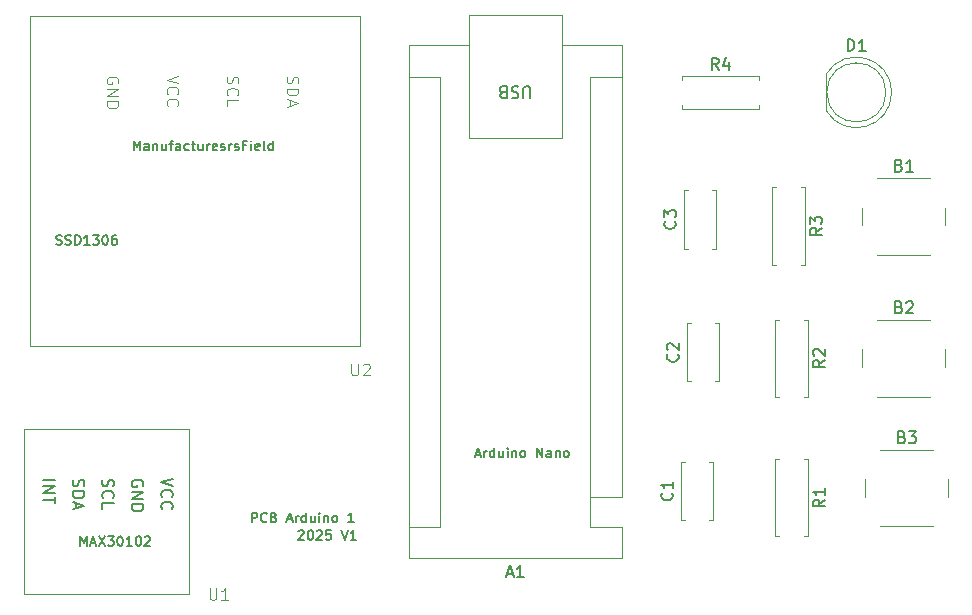
<source format=gto>
G04 #@! TF.GenerationSoftware,KiCad,Pcbnew,9.0.3*
G04 #@! TF.CreationDate,2025-09-07T18:19:37+02:00*
G04 #@! TF.ProjectId,Design1,44657369-676e-4312-9e6b-696361645f70,rev?*
G04 #@! TF.SameCoordinates,Original*
G04 #@! TF.FileFunction,Legend,Top*
G04 #@! TF.FilePolarity,Positive*
%FSLAX46Y46*%
G04 Gerber Fmt 4.6, Leading zero omitted, Abs format (unit mm)*
G04 Created by KiCad (PCBNEW 9.0.3) date 2025-09-07 18:19:37*
%MOMM*%
%LPD*%
G01*
G04 APERTURE LIST*
%ADD10C,0.152400*%
%ADD11C,0.150000*%
%ADD12C,0.100000*%
%ADD13C,0.120000*%
G04 APERTURE END LIST*
D10*
X77793786Y-78392603D02*
X77793786Y-77579803D01*
X77793786Y-77579803D02*
X78064720Y-78160375D01*
X78064720Y-78160375D02*
X78335653Y-77579803D01*
X78335653Y-77579803D02*
X78335653Y-78392603D01*
X79071043Y-78392603D02*
X79071043Y-77966851D01*
X79071043Y-77966851D02*
X79032338Y-77889441D01*
X79032338Y-77889441D02*
X78954929Y-77850737D01*
X78954929Y-77850737D02*
X78800110Y-77850737D01*
X78800110Y-77850737D02*
X78722700Y-77889441D01*
X79071043Y-78353899D02*
X78993634Y-78392603D01*
X78993634Y-78392603D02*
X78800110Y-78392603D01*
X78800110Y-78392603D02*
X78722700Y-78353899D01*
X78722700Y-78353899D02*
X78683996Y-78276489D01*
X78683996Y-78276489D02*
X78683996Y-78199079D01*
X78683996Y-78199079D02*
X78722700Y-78121670D01*
X78722700Y-78121670D02*
X78800110Y-78082965D01*
X78800110Y-78082965D02*
X78993634Y-78082965D01*
X78993634Y-78082965D02*
X79071043Y-78044260D01*
X79458090Y-77850737D02*
X79458090Y-78392603D01*
X79458090Y-77928146D02*
X79496795Y-77889441D01*
X79496795Y-77889441D02*
X79574205Y-77850737D01*
X79574205Y-77850737D02*
X79690319Y-77850737D01*
X79690319Y-77850737D02*
X79767728Y-77889441D01*
X79767728Y-77889441D02*
X79806433Y-77966851D01*
X79806433Y-77966851D02*
X79806433Y-78392603D01*
X80541823Y-77850737D02*
X80541823Y-78392603D01*
X80193480Y-77850737D02*
X80193480Y-78276489D01*
X80193480Y-78276489D02*
X80232185Y-78353899D01*
X80232185Y-78353899D02*
X80309595Y-78392603D01*
X80309595Y-78392603D02*
X80425709Y-78392603D01*
X80425709Y-78392603D02*
X80503118Y-78353899D01*
X80503118Y-78353899D02*
X80541823Y-78315194D01*
X80812756Y-77850737D02*
X81122394Y-77850737D01*
X80928870Y-78392603D02*
X80928870Y-77695918D01*
X80928870Y-77695918D02*
X80967575Y-77618508D01*
X80967575Y-77618508D02*
X81044985Y-77579803D01*
X81044985Y-77579803D02*
X81122394Y-77579803D01*
X81741670Y-78392603D02*
X81741670Y-77966851D01*
X81741670Y-77966851D02*
X81702965Y-77889441D01*
X81702965Y-77889441D02*
X81625556Y-77850737D01*
X81625556Y-77850737D02*
X81470737Y-77850737D01*
X81470737Y-77850737D02*
X81393327Y-77889441D01*
X81741670Y-78353899D02*
X81664261Y-78392603D01*
X81664261Y-78392603D02*
X81470737Y-78392603D01*
X81470737Y-78392603D02*
X81393327Y-78353899D01*
X81393327Y-78353899D02*
X81354623Y-78276489D01*
X81354623Y-78276489D02*
X81354623Y-78199079D01*
X81354623Y-78199079D02*
X81393327Y-78121670D01*
X81393327Y-78121670D02*
X81470737Y-78082965D01*
X81470737Y-78082965D02*
X81664261Y-78082965D01*
X81664261Y-78082965D02*
X81741670Y-78044260D01*
X82477060Y-78353899D02*
X82399651Y-78392603D01*
X82399651Y-78392603D02*
X82244832Y-78392603D01*
X82244832Y-78392603D02*
X82167422Y-78353899D01*
X82167422Y-78353899D02*
X82128717Y-78315194D01*
X82128717Y-78315194D02*
X82090013Y-78237784D01*
X82090013Y-78237784D02*
X82090013Y-78005556D01*
X82090013Y-78005556D02*
X82128717Y-77928146D01*
X82128717Y-77928146D02*
X82167422Y-77889441D01*
X82167422Y-77889441D02*
X82244832Y-77850737D01*
X82244832Y-77850737D02*
X82399651Y-77850737D01*
X82399651Y-77850737D02*
X82477060Y-77889441D01*
X82709289Y-77850737D02*
X83018927Y-77850737D01*
X82825403Y-77579803D02*
X82825403Y-78276489D01*
X82825403Y-78276489D02*
X82864108Y-78353899D01*
X82864108Y-78353899D02*
X82941518Y-78392603D01*
X82941518Y-78392603D02*
X83018927Y-78392603D01*
X83638203Y-77850737D02*
X83638203Y-78392603D01*
X83289860Y-77850737D02*
X83289860Y-78276489D01*
X83289860Y-78276489D02*
X83328565Y-78353899D01*
X83328565Y-78353899D02*
X83405975Y-78392603D01*
X83405975Y-78392603D02*
X83522089Y-78392603D01*
X83522089Y-78392603D02*
X83599498Y-78353899D01*
X83599498Y-78353899D02*
X83638203Y-78315194D01*
X84025250Y-78392603D02*
X84025250Y-77850737D01*
X84025250Y-78005556D02*
X84063955Y-77928146D01*
X84063955Y-77928146D02*
X84102660Y-77889441D01*
X84102660Y-77889441D02*
X84180069Y-77850737D01*
X84180069Y-77850737D02*
X84257479Y-77850737D01*
X84838050Y-78353899D02*
X84760641Y-78392603D01*
X84760641Y-78392603D02*
X84605822Y-78392603D01*
X84605822Y-78392603D02*
X84528412Y-78353899D01*
X84528412Y-78353899D02*
X84489708Y-78276489D01*
X84489708Y-78276489D02*
X84489708Y-77966851D01*
X84489708Y-77966851D02*
X84528412Y-77889441D01*
X84528412Y-77889441D02*
X84605822Y-77850737D01*
X84605822Y-77850737D02*
X84760641Y-77850737D01*
X84760641Y-77850737D02*
X84838050Y-77889441D01*
X84838050Y-77889441D02*
X84876755Y-77966851D01*
X84876755Y-77966851D02*
X84876755Y-78044260D01*
X84876755Y-78044260D02*
X84489708Y-78121670D01*
X85186394Y-78353899D02*
X85263803Y-78392603D01*
X85263803Y-78392603D02*
X85418622Y-78392603D01*
X85418622Y-78392603D02*
X85496032Y-78353899D01*
X85496032Y-78353899D02*
X85534736Y-78276489D01*
X85534736Y-78276489D02*
X85534736Y-78237784D01*
X85534736Y-78237784D02*
X85496032Y-78160375D01*
X85496032Y-78160375D02*
X85418622Y-78121670D01*
X85418622Y-78121670D02*
X85302508Y-78121670D01*
X85302508Y-78121670D02*
X85225098Y-78082965D01*
X85225098Y-78082965D02*
X85186394Y-78005556D01*
X85186394Y-78005556D02*
X85186394Y-77966851D01*
X85186394Y-77966851D02*
X85225098Y-77889441D01*
X85225098Y-77889441D02*
X85302508Y-77850737D01*
X85302508Y-77850737D02*
X85418622Y-77850737D01*
X85418622Y-77850737D02*
X85496032Y-77889441D01*
X85883079Y-78392603D02*
X85883079Y-77850737D01*
X85883079Y-78005556D02*
X85921784Y-77928146D01*
X85921784Y-77928146D02*
X85960489Y-77889441D01*
X85960489Y-77889441D02*
X86037898Y-77850737D01*
X86037898Y-77850737D02*
X86115308Y-77850737D01*
X86347537Y-78353899D02*
X86424946Y-78392603D01*
X86424946Y-78392603D02*
X86579765Y-78392603D01*
X86579765Y-78392603D02*
X86657175Y-78353899D01*
X86657175Y-78353899D02*
X86695879Y-78276489D01*
X86695879Y-78276489D02*
X86695879Y-78237784D01*
X86695879Y-78237784D02*
X86657175Y-78160375D01*
X86657175Y-78160375D02*
X86579765Y-78121670D01*
X86579765Y-78121670D02*
X86463651Y-78121670D01*
X86463651Y-78121670D02*
X86386241Y-78082965D01*
X86386241Y-78082965D02*
X86347537Y-78005556D01*
X86347537Y-78005556D02*
X86347537Y-77966851D01*
X86347537Y-77966851D02*
X86386241Y-77889441D01*
X86386241Y-77889441D02*
X86463651Y-77850737D01*
X86463651Y-77850737D02*
X86579765Y-77850737D01*
X86579765Y-77850737D02*
X86657175Y-77889441D01*
X87315156Y-77966851D02*
X87044222Y-77966851D01*
X87044222Y-78392603D02*
X87044222Y-77579803D01*
X87044222Y-77579803D02*
X87431270Y-77579803D01*
X87740908Y-78392603D02*
X87740908Y-77850737D01*
X87740908Y-77579803D02*
X87702204Y-77618508D01*
X87702204Y-77618508D02*
X87740908Y-77657213D01*
X87740908Y-77657213D02*
X87779613Y-77618508D01*
X87779613Y-77618508D02*
X87740908Y-77579803D01*
X87740908Y-77579803D02*
X87740908Y-77657213D01*
X88437594Y-78353899D02*
X88360185Y-78392603D01*
X88360185Y-78392603D02*
X88205366Y-78392603D01*
X88205366Y-78392603D02*
X88127956Y-78353899D01*
X88127956Y-78353899D02*
X88089252Y-78276489D01*
X88089252Y-78276489D02*
X88089252Y-77966851D01*
X88089252Y-77966851D02*
X88127956Y-77889441D01*
X88127956Y-77889441D02*
X88205366Y-77850737D01*
X88205366Y-77850737D02*
X88360185Y-77850737D01*
X88360185Y-77850737D02*
X88437594Y-77889441D01*
X88437594Y-77889441D02*
X88476299Y-77966851D01*
X88476299Y-77966851D02*
X88476299Y-78044260D01*
X88476299Y-78044260D02*
X88089252Y-78121670D01*
X88940757Y-78392603D02*
X88863347Y-78353899D01*
X88863347Y-78353899D02*
X88824642Y-78276489D01*
X88824642Y-78276489D02*
X88824642Y-77579803D01*
X89598737Y-78392603D02*
X89598737Y-77579803D01*
X89598737Y-78353899D02*
X89521328Y-78392603D01*
X89521328Y-78392603D02*
X89366509Y-78392603D01*
X89366509Y-78392603D02*
X89289099Y-78353899D01*
X89289099Y-78353899D02*
X89250394Y-78315194D01*
X89250394Y-78315194D02*
X89211690Y-78237784D01*
X89211690Y-78237784D02*
X89211690Y-78005556D01*
X89211690Y-78005556D02*
X89250394Y-77928146D01*
X89250394Y-77928146D02*
X89289099Y-77889441D01*
X89289099Y-77889441D02*
X89366509Y-77850737D01*
X89366509Y-77850737D02*
X89521328Y-77850737D01*
X89521328Y-77850737D02*
X89598737Y-77889441D01*
X91755082Y-110657213D02*
X91793786Y-110618508D01*
X91793786Y-110618508D02*
X91871196Y-110579803D01*
X91871196Y-110579803D02*
X92064720Y-110579803D01*
X92064720Y-110579803D02*
X92142129Y-110618508D01*
X92142129Y-110618508D02*
X92180834Y-110657213D01*
X92180834Y-110657213D02*
X92219539Y-110734622D01*
X92219539Y-110734622D02*
X92219539Y-110812032D01*
X92219539Y-110812032D02*
X92180834Y-110928146D01*
X92180834Y-110928146D02*
X91716377Y-111392603D01*
X91716377Y-111392603D02*
X92219539Y-111392603D01*
X92722700Y-110579803D02*
X92800110Y-110579803D01*
X92800110Y-110579803D02*
X92877519Y-110618508D01*
X92877519Y-110618508D02*
X92916224Y-110657213D01*
X92916224Y-110657213D02*
X92954929Y-110734622D01*
X92954929Y-110734622D02*
X92993634Y-110889441D01*
X92993634Y-110889441D02*
X92993634Y-111082965D01*
X92993634Y-111082965D02*
X92954929Y-111237784D01*
X92954929Y-111237784D02*
X92916224Y-111315194D01*
X92916224Y-111315194D02*
X92877519Y-111353899D01*
X92877519Y-111353899D02*
X92800110Y-111392603D01*
X92800110Y-111392603D02*
X92722700Y-111392603D01*
X92722700Y-111392603D02*
X92645291Y-111353899D01*
X92645291Y-111353899D02*
X92606586Y-111315194D01*
X92606586Y-111315194D02*
X92567881Y-111237784D01*
X92567881Y-111237784D02*
X92529177Y-111082965D01*
X92529177Y-111082965D02*
X92529177Y-110889441D01*
X92529177Y-110889441D02*
X92567881Y-110734622D01*
X92567881Y-110734622D02*
X92606586Y-110657213D01*
X92606586Y-110657213D02*
X92645291Y-110618508D01*
X92645291Y-110618508D02*
X92722700Y-110579803D01*
X93303272Y-110657213D02*
X93341976Y-110618508D01*
X93341976Y-110618508D02*
X93419386Y-110579803D01*
X93419386Y-110579803D02*
X93612910Y-110579803D01*
X93612910Y-110579803D02*
X93690319Y-110618508D01*
X93690319Y-110618508D02*
X93729024Y-110657213D01*
X93729024Y-110657213D02*
X93767729Y-110734622D01*
X93767729Y-110734622D02*
X93767729Y-110812032D01*
X93767729Y-110812032D02*
X93729024Y-110928146D01*
X93729024Y-110928146D02*
X93264567Y-111392603D01*
X93264567Y-111392603D02*
X93767729Y-111392603D01*
X94503119Y-110579803D02*
X94116071Y-110579803D01*
X94116071Y-110579803D02*
X94077367Y-110966851D01*
X94077367Y-110966851D02*
X94116071Y-110928146D01*
X94116071Y-110928146D02*
X94193481Y-110889441D01*
X94193481Y-110889441D02*
X94387005Y-110889441D01*
X94387005Y-110889441D02*
X94464414Y-110928146D01*
X94464414Y-110928146D02*
X94503119Y-110966851D01*
X94503119Y-110966851D02*
X94541824Y-111044260D01*
X94541824Y-111044260D02*
X94541824Y-111237784D01*
X94541824Y-111237784D02*
X94503119Y-111315194D01*
X94503119Y-111315194D02*
X94464414Y-111353899D01*
X94464414Y-111353899D02*
X94387005Y-111392603D01*
X94387005Y-111392603D02*
X94193481Y-111392603D01*
X94193481Y-111392603D02*
X94116071Y-111353899D01*
X94116071Y-111353899D02*
X94077367Y-111315194D01*
X95393328Y-110579803D02*
X95664261Y-111392603D01*
X95664261Y-111392603D02*
X95935195Y-110579803D01*
X96631881Y-111392603D02*
X96167424Y-111392603D01*
X96399652Y-111392603D02*
X96399652Y-110579803D01*
X96399652Y-110579803D02*
X96322243Y-110695918D01*
X96322243Y-110695918D02*
X96244833Y-110773327D01*
X96244833Y-110773327D02*
X96167424Y-110812032D01*
X87793786Y-109892603D02*
X87793786Y-109079803D01*
X87793786Y-109079803D02*
X88103424Y-109079803D01*
X88103424Y-109079803D02*
X88180834Y-109118508D01*
X88180834Y-109118508D02*
X88219539Y-109157213D01*
X88219539Y-109157213D02*
X88258243Y-109234622D01*
X88258243Y-109234622D02*
X88258243Y-109350737D01*
X88258243Y-109350737D02*
X88219539Y-109428146D01*
X88219539Y-109428146D02*
X88180834Y-109466851D01*
X88180834Y-109466851D02*
X88103424Y-109505556D01*
X88103424Y-109505556D02*
X87793786Y-109505556D01*
X89071043Y-109815194D02*
X89032339Y-109853899D01*
X89032339Y-109853899D02*
X88916224Y-109892603D01*
X88916224Y-109892603D02*
X88838815Y-109892603D01*
X88838815Y-109892603D02*
X88722701Y-109853899D01*
X88722701Y-109853899D02*
X88645291Y-109776489D01*
X88645291Y-109776489D02*
X88606586Y-109699079D01*
X88606586Y-109699079D02*
X88567882Y-109544260D01*
X88567882Y-109544260D02*
X88567882Y-109428146D01*
X88567882Y-109428146D02*
X88606586Y-109273327D01*
X88606586Y-109273327D02*
X88645291Y-109195918D01*
X88645291Y-109195918D02*
X88722701Y-109118508D01*
X88722701Y-109118508D02*
X88838815Y-109079803D01*
X88838815Y-109079803D02*
X88916224Y-109079803D01*
X88916224Y-109079803D02*
X89032339Y-109118508D01*
X89032339Y-109118508D02*
X89071043Y-109157213D01*
X89690320Y-109466851D02*
X89806434Y-109505556D01*
X89806434Y-109505556D02*
X89845139Y-109544260D01*
X89845139Y-109544260D02*
X89883843Y-109621670D01*
X89883843Y-109621670D02*
X89883843Y-109737784D01*
X89883843Y-109737784D02*
X89845139Y-109815194D01*
X89845139Y-109815194D02*
X89806434Y-109853899D01*
X89806434Y-109853899D02*
X89729024Y-109892603D01*
X89729024Y-109892603D02*
X89419386Y-109892603D01*
X89419386Y-109892603D02*
X89419386Y-109079803D01*
X89419386Y-109079803D02*
X89690320Y-109079803D01*
X89690320Y-109079803D02*
X89767729Y-109118508D01*
X89767729Y-109118508D02*
X89806434Y-109157213D01*
X89806434Y-109157213D02*
X89845139Y-109234622D01*
X89845139Y-109234622D02*
X89845139Y-109312032D01*
X89845139Y-109312032D02*
X89806434Y-109389441D01*
X89806434Y-109389441D02*
X89767729Y-109428146D01*
X89767729Y-109428146D02*
X89690320Y-109466851D01*
X89690320Y-109466851D02*
X89419386Y-109466851D01*
X90812758Y-109660375D02*
X91199805Y-109660375D01*
X90735348Y-109892603D02*
X91006281Y-109079803D01*
X91006281Y-109079803D02*
X91277215Y-109892603D01*
X91548148Y-109892603D02*
X91548148Y-109350737D01*
X91548148Y-109505556D02*
X91586853Y-109428146D01*
X91586853Y-109428146D02*
X91625558Y-109389441D01*
X91625558Y-109389441D02*
X91702967Y-109350737D01*
X91702967Y-109350737D02*
X91780377Y-109350737D01*
X92399653Y-109892603D02*
X92399653Y-109079803D01*
X92399653Y-109853899D02*
X92322244Y-109892603D01*
X92322244Y-109892603D02*
X92167425Y-109892603D01*
X92167425Y-109892603D02*
X92090015Y-109853899D01*
X92090015Y-109853899D02*
X92051310Y-109815194D01*
X92051310Y-109815194D02*
X92012606Y-109737784D01*
X92012606Y-109737784D02*
X92012606Y-109505556D01*
X92012606Y-109505556D02*
X92051310Y-109428146D01*
X92051310Y-109428146D02*
X92090015Y-109389441D01*
X92090015Y-109389441D02*
X92167425Y-109350737D01*
X92167425Y-109350737D02*
X92322244Y-109350737D01*
X92322244Y-109350737D02*
X92399653Y-109389441D01*
X93135043Y-109350737D02*
X93135043Y-109892603D01*
X92786700Y-109350737D02*
X92786700Y-109776489D01*
X92786700Y-109776489D02*
X92825405Y-109853899D01*
X92825405Y-109853899D02*
X92902815Y-109892603D01*
X92902815Y-109892603D02*
X93018929Y-109892603D01*
X93018929Y-109892603D02*
X93096338Y-109853899D01*
X93096338Y-109853899D02*
X93135043Y-109815194D01*
X93522090Y-109892603D02*
X93522090Y-109350737D01*
X93522090Y-109079803D02*
X93483386Y-109118508D01*
X93483386Y-109118508D02*
X93522090Y-109157213D01*
X93522090Y-109157213D02*
X93560795Y-109118508D01*
X93560795Y-109118508D02*
X93522090Y-109079803D01*
X93522090Y-109079803D02*
X93522090Y-109157213D01*
X93909138Y-109350737D02*
X93909138Y-109892603D01*
X93909138Y-109428146D02*
X93947843Y-109389441D01*
X93947843Y-109389441D02*
X94025253Y-109350737D01*
X94025253Y-109350737D02*
X94141367Y-109350737D01*
X94141367Y-109350737D02*
X94218776Y-109389441D01*
X94218776Y-109389441D02*
X94257481Y-109466851D01*
X94257481Y-109466851D02*
X94257481Y-109892603D01*
X94760643Y-109892603D02*
X94683233Y-109853899D01*
X94683233Y-109853899D02*
X94644528Y-109815194D01*
X94644528Y-109815194D02*
X94605824Y-109737784D01*
X94605824Y-109737784D02*
X94605824Y-109505556D01*
X94605824Y-109505556D02*
X94644528Y-109428146D01*
X94644528Y-109428146D02*
X94683233Y-109389441D01*
X94683233Y-109389441D02*
X94760643Y-109350737D01*
X94760643Y-109350737D02*
X94876757Y-109350737D01*
X94876757Y-109350737D02*
X94954166Y-109389441D01*
X94954166Y-109389441D02*
X94992871Y-109428146D01*
X94992871Y-109428146D02*
X95031576Y-109505556D01*
X95031576Y-109505556D02*
X95031576Y-109737784D01*
X95031576Y-109737784D02*
X94992871Y-109815194D01*
X94992871Y-109815194D02*
X94954166Y-109853899D01*
X94954166Y-109853899D02*
X94876757Y-109892603D01*
X94876757Y-109892603D02*
X94760643Y-109892603D01*
X96424947Y-109892603D02*
X95960490Y-109892603D01*
X96192718Y-109892603D02*
X96192718Y-109079803D01*
X96192718Y-109079803D02*
X96115309Y-109195918D01*
X96115309Y-109195918D02*
X96037899Y-109273327D01*
X96037899Y-109273327D02*
X95960490Y-109312032D01*
X73293786Y-111892603D02*
X73293786Y-111079803D01*
X73293786Y-111079803D02*
X73564720Y-111660375D01*
X73564720Y-111660375D02*
X73835653Y-111079803D01*
X73835653Y-111079803D02*
X73835653Y-111892603D01*
X74183996Y-111660375D02*
X74571043Y-111660375D01*
X74106586Y-111892603D02*
X74377519Y-111079803D01*
X74377519Y-111079803D02*
X74648453Y-111892603D01*
X74841977Y-111079803D02*
X75383843Y-111892603D01*
X75383843Y-111079803D02*
X74841977Y-111892603D01*
X75616072Y-111079803D02*
X76119234Y-111079803D01*
X76119234Y-111079803D02*
X75848300Y-111389441D01*
X75848300Y-111389441D02*
X75964415Y-111389441D01*
X75964415Y-111389441D02*
X76041824Y-111428146D01*
X76041824Y-111428146D02*
X76080529Y-111466851D01*
X76080529Y-111466851D02*
X76119234Y-111544260D01*
X76119234Y-111544260D02*
X76119234Y-111737784D01*
X76119234Y-111737784D02*
X76080529Y-111815194D01*
X76080529Y-111815194D02*
X76041824Y-111853899D01*
X76041824Y-111853899D02*
X75964415Y-111892603D01*
X75964415Y-111892603D02*
X75732186Y-111892603D01*
X75732186Y-111892603D02*
X75654777Y-111853899D01*
X75654777Y-111853899D02*
X75616072Y-111815194D01*
X76622395Y-111079803D02*
X76699805Y-111079803D01*
X76699805Y-111079803D02*
X76777214Y-111118508D01*
X76777214Y-111118508D02*
X76815919Y-111157213D01*
X76815919Y-111157213D02*
X76854624Y-111234622D01*
X76854624Y-111234622D02*
X76893329Y-111389441D01*
X76893329Y-111389441D02*
X76893329Y-111582965D01*
X76893329Y-111582965D02*
X76854624Y-111737784D01*
X76854624Y-111737784D02*
X76815919Y-111815194D01*
X76815919Y-111815194D02*
X76777214Y-111853899D01*
X76777214Y-111853899D02*
X76699805Y-111892603D01*
X76699805Y-111892603D02*
X76622395Y-111892603D01*
X76622395Y-111892603D02*
X76544986Y-111853899D01*
X76544986Y-111853899D02*
X76506281Y-111815194D01*
X76506281Y-111815194D02*
X76467576Y-111737784D01*
X76467576Y-111737784D02*
X76428872Y-111582965D01*
X76428872Y-111582965D02*
X76428872Y-111389441D01*
X76428872Y-111389441D02*
X76467576Y-111234622D01*
X76467576Y-111234622D02*
X76506281Y-111157213D01*
X76506281Y-111157213D02*
X76544986Y-111118508D01*
X76544986Y-111118508D02*
X76622395Y-111079803D01*
X77667424Y-111892603D02*
X77202967Y-111892603D01*
X77435195Y-111892603D02*
X77435195Y-111079803D01*
X77435195Y-111079803D02*
X77357786Y-111195918D01*
X77357786Y-111195918D02*
X77280376Y-111273327D01*
X77280376Y-111273327D02*
X77202967Y-111312032D01*
X78170585Y-111079803D02*
X78247995Y-111079803D01*
X78247995Y-111079803D02*
X78325404Y-111118508D01*
X78325404Y-111118508D02*
X78364109Y-111157213D01*
X78364109Y-111157213D02*
X78402814Y-111234622D01*
X78402814Y-111234622D02*
X78441519Y-111389441D01*
X78441519Y-111389441D02*
X78441519Y-111582965D01*
X78441519Y-111582965D02*
X78402814Y-111737784D01*
X78402814Y-111737784D02*
X78364109Y-111815194D01*
X78364109Y-111815194D02*
X78325404Y-111853899D01*
X78325404Y-111853899D02*
X78247995Y-111892603D01*
X78247995Y-111892603D02*
X78170585Y-111892603D01*
X78170585Y-111892603D02*
X78093176Y-111853899D01*
X78093176Y-111853899D02*
X78054471Y-111815194D01*
X78054471Y-111815194D02*
X78015766Y-111737784D01*
X78015766Y-111737784D02*
X77977062Y-111582965D01*
X77977062Y-111582965D02*
X77977062Y-111389441D01*
X77977062Y-111389441D02*
X78015766Y-111234622D01*
X78015766Y-111234622D02*
X78054471Y-111157213D01*
X78054471Y-111157213D02*
X78093176Y-111118508D01*
X78093176Y-111118508D02*
X78170585Y-111079803D01*
X78751157Y-111157213D02*
X78789861Y-111118508D01*
X78789861Y-111118508D02*
X78867271Y-111079803D01*
X78867271Y-111079803D02*
X79060795Y-111079803D01*
X79060795Y-111079803D02*
X79138204Y-111118508D01*
X79138204Y-111118508D02*
X79176909Y-111157213D01*
X79176909Y-111157213D02*
X79215614Y-111234622D01*
X79215614Y-111234622D02*
X79215614Y-111312032D01*
X79215614Y-111312032D02*
X79176909Y-111428146D01*
X79176909Y-111428146D02*
X78712452Y-111892603D01*
X78712452Y-111892603D02*
X79215614Y-111892603D01*
X71255082Y-86353899D02*
X71371196Y-86392603D01*
X71371196Y-86392603D02*
X71564720Y-86392603D01*
X71564720Y-86392603D02*
X71642129Y-86353899D01*
X71642129Y-86353899D02*
X71680834Y-86315194D01*
X71680834Y-86315194D02*
X71719539Y-86237784D01*
X71719539Y-86237784D02*
X71719539Y-86160375D01*
X71719539Y-86160375D02*
X71680834Y-86082965D01*
X71680834Y-86082965D02*
X71642129Y-86044260D01*
X71642129Y-86044260D02*
X71564720Y-86005556D01*
X71564720Y-86005556D02*
X71409901Y-85966851D01*
X71409901Y-85966851D02*
X71332491Y-85928146D01*
X71332491Y-85928146D02*
X71293786Y-85889441D01*
X71293786Y-85889441D02*
X71255082Y-85812032D01*
X71255082Y-85812032D02*
X71255082Y-85734622D01*
X71255082Y-85734622D02*
X71293786Y-85657213D01*
X71293786Y-85657213D02*
X71332491Y-85618508D01*
X71332491Y-85618508D02*
X71409901Y-85579803D01*
X71409901Y-85579803D02*
X71603424Y-85579803D01*
X71603424Y-85579803D02*
X71719539Y-85618508D01*
X72029177Y-86353899D02*
X72145291Y-86392603D01*
X72145291Y-86392603D02*
X72338815Y-86392603D01*
X72338815Y-86392603D02*
X72416224Y-86353899D01*
X72416224Y-86353899D02*
X72454929Y-86315194D01*
X72454929Y-86315194D02*
X72493634Y-86237784D01*
X72493634Y-86237784D02*
X72493634Y-86160375D01*
X72493634Y-86160375D02*
X72454929Y-86082965D01*
X72454929Y-86082965D02*
X72416224Y-86044260D01*
X72416224Y-86044260D02*
X72338815Y-86005556D01*
X72338815Y-86005556D02*
X72183996Y-85966851D01*
X72183996Y-85966851D02*
X72106586Y-85928146D01*
X72106586Y-85928146D02*
X72067881Y-85889441D01*
X72067881Y-85889441D02*
X72029177Y-85812032D01*
X72029177Y-85812032D02*
X72029177Y-85734622D01*
X72029177Y-85734622D02*
X72067881Y-85657213D01*
X72067881Y-85657213D02*
X72106586Y-85618508D01*
X72106586Y-85618508D02*
X72183996Y-85579803D01*
X72183996Y-85579803D02*
X72377519Y-85579803D01*
X72377519Y-85579803D02*
X72493634Y-85618508D01*
X72841976Y-86392603D02*
X72841976Y-85579803D01*
X72841976Y-85579803D02*
X73035500Y-85579803D01*
X73035500Y-85579803D02*
X73151614Y-85618508D01*
X73151614Y-85618508D02*
X73229024Y-85695918D01*
X73229024Y-85695918D02*
X73267729Y-85773327D01*
X73267729Y-85773327D02*
X73306433Y-85928146D01*
X73306433Y-85928146D02*
X73306433Y-86044260D01*
X73306433Y-86044260D02*
X73267729Y-86199079D01*
X73267729Y-86199079D02*
X73229024Y-86276489D01*
X73229024Y-86276489D02*
X73151614Y-86353899D01*
X73151614Y-86353899D02*
X73035500Y-86392603D01*
X73035500Y-86392603D02*
X72841976Y-86392603D01*
X74080529Y-86392603D02*
X73616072Y-86392603D01*
X73848300Y-86392603D02*
X73848300Y-85579803D01*
X73848300Y-85579803D02*
X73770891Y-85695918D01*
X73770891Y-85695918D02*
X73693481Y-85773327D01*
X73693481Y-85773327D02*
X73616072Y-85812032D01*
X74351462Y-85579803D02*
X74854624Y-85579803D01*
X74854624Y-85579803D02*
X74583690Y-85889441D01*
X74583690Y-85889441D02*
X74699805Y-85889441D01*
X74699805Y-85889441D02*
X74777214Y-85928146D01*
X74777214Y-85928146D02*
X74815919Y-85966851D01*
X74815919Y-85966851D02*
X74854624Y-86044260D01*
X74854624Y-86044260D02*
X74854624Y-86237784D01*
X74854624Y-86237784D02*
X74815919Y-86315194D01*
X74815919Y-86315194D02*
X74777214Y-86353899D01*
X74777214Y-86353899D02*
X74699805Y-86392603D01*
X74699805Y-86392603D02*
X74467576Y-86392603D01*
X74467576Y-86392603D02*
X74390167Y-86353899D01*
X74390167Y-86353899D02*
X74351462Y-86315194D01*
X75357785Y-85579803D02*
X75435195Y-85579803D01*
X75435195Y-85579803D02*
X75512604Y-85618508D01*
X75512604Y-85618508D02*
X75551309Y-85657213D01*
X75551309Y-85657213D02*
X75590014Y-85734622D01*
X75590014Y-85734622D02*
X75628719Y-85889441D01*
X75628719Y-85889441D02*
X75628719Y-86082965D01*
X75628719Y-86082965D02*
X75590014Y-86237784D01*
X75590014Y-86237784D02*
X75551309Y-86315194D01*
X75551309Y-86315194D02*
X75512604Y-86353899D01*
X75512604Y-86353899D02*
X75435195Y-86392603D01*
X75435195Y-86392603D02*
X75357785Y-86392603D01*
X75357785Y-86392603D02*
X75280376Y-86353899D01*
X75280376Y-86353899D02*
X75241671Y-86315194D01*
X75241671Y-86315194D02*
X75202966Y-86237784D01*
X75202966Y-86237784D02*
X75164262Y-86082965D01*
X75164262Y-86082965D02*
X75164262Y-85889441D01*
X75164262Y-85889441D02*
X75202966Y-85734622D01*
X75202966Y-85734622D02*
X75241671Y-85657213D01*
X75241671Y-85657213D02*
X75280376Y-85618508D01*
X75280376Y-85618508D02*
X75357785Y-85579803D01*
X76325404Y-85579803D02*
X76170585Y-85579803D01*
X76170585Y-85579803D02*
X76093176Y-85618508D01*
X76093176Y-85618508D02*
X76054471Y-85657213D01*
X76054471Y-85657213D02*
X75977061Y-85773327D01*
X75977061Y-85773327D02*
X75938357Y-85928146D01*
X75938357Y-85928146D02*
X75938357Y-86237784D01*
X75938357Y-86237784D02*
X75977061Y-86315194D01*
X75977061Y-86315194D02*
X76015766Y-86353899D01*
X76015766Y-86353899D02*
X76093176Y-86392603D01*
X76093176Y-86392603D02*
X76247995Y-86392603D01*
X76247995Y-86392603D02*
X76325404Y-86353899D01*
X76325404Y-86353899D02*
X76364109Y-86315194D01*
X76364109Y-86315194D02*
X76402814Y-86237784D01*
X76402814Y-86237784D02*
X76402814Y-86044260D01*
X76402814Y-86044260D02*
X76364109Y-85966851D01*
X76364109Y-85966851D02*
X76325404Y-85928146D01*
X76325404Y-85928146D02*
X76247995Y-85889441D01*
X76247995Y-85889441D02*
X76093176Y-85889441D01*
X76093176Y-85889441D02*
X76015766Y-85928146D01*
X76015766Y-85928146D02*
X75977061Y-85966851D01*
X75977061Y-85966851D02*
X75938357Y-86044260D01*
X106755082Y-104160375D02*
X107142129Y-104160375D01*
X106677672Y-104392603D02*
X106948605Y-103579803D01*
X106948605Y-103579803D02*
X107219539Y-104392603D01*
X107490472Y-104392603D02*
X107490472Y-103850737D01*
X107490472Y-104005556D02*
X107529177Y-103928146D01*
X107529177Y-103928146D02*
X107567882Y-103889441D01*
X107567882Y-103889441D02*
X107645291Y-103850737D01*
X107645291Y-103850737D02*
X107722701Y-103850737D01*
X108341977Y-104392603D02*
X108341977Y-103579803D01*
X108341977Y-104353899D02*
X108264568Y-104392603D01*
X108264568Y-104392603D02*
X108109749Y-104392603D01*
X108109749Y-104392603D02*
X108032339Y-104353899D01*
X108032339Y-104353899D02*
X107993634Y-104315194D01*
X107993634Y-104315194D02*
X107954930Y-104237784D01*
X107954930Y-104237784D02*
X107954930Y-104005556D01*
X107954930Y-104005556D02*
X107993634Y-103928146D01*
X107993634Y-103928146D02*
X108032339Y-103889441D01*
X108032339Y-103889441D02*
X108109749Y-103850737D01*
X108109749Y-103850737D02*
X108264568Y-103850737D01*
X108264568Y-103850737D02*
X108341977Y-103889441D01*
X109077367Y-103850737D02*
X109077367Y-104392603D01*
X108729024Y-103850737D02*
X108729024Y-104276489D01*
X108729024Y-104276489D02*
X108767729Y-104353899D01*
X108767729Y-104353899D02*
X108845139Y-104392603D01*
X108845139Y-104392603D02*
X108961253Y-104392603D01*
X108961253Y-104392603D02*
X109038662Y-104353899D01*
X109038662Y-104353899D02*
X109077367Y-104315194D01*
X109464414Y-104392603D02*
X109464414Y-103850737D01*
X109464414Y-103579803D02*
X109425710Y-103618508D01*
X109425710Y-103618508D02*
X109464414Y-103657213D01*
X109464414Y-103657213D02*
X109503119Y-103618508D01*
X109503119Y-103618508D02*
X109464414Y-103579803D01*
X109464414Y-103579803D02*
X109464414Y-103657213D01*
X109851462Y-103850737D02*
X109851462Y-104392603D01*
X109851462Y-103928146D02*
X109890167Y-103889441D01*
X109890167Y-103889441D02*
X109967577Y-103850737D01*
X109967577Y-103850737D02*
X110083691Y-103850737D01*
X110083691Y-103850737D02*
X110161100Y-103889441D01*
X110161100Y-103889441D02*
X110199805Y-103966851D01*
X110199805Y-103966851D02*
X110199805Y-104392603D01*
X110702967Y-104392603D02*
X110625557Y-104353899D01*
X110625557Y-104353899D02*
X110586852Y-104315194D01*
X110586852Y-104315194D02*
X110548148Y-104237784D01*
X110548148Y-104237784D02*
X110548148Y-104005556D01*
X110548148Y-104005556D02*
X110586852Y-103928146D01*
X110586852Y-103928146D02*
X110625557Y-103889441D01*
X110625557Y-103889441D02*
X110702967Y-103850737D01*
X110702967Y-103850737D02*
X110819081Y-103850737D01*
X110819081Y-103850737D02*
X110896490Y-103889441D01*
X110896490Y-103889441D02*
X110935195Y-103928146D01*
X110935195Y-103928146D02*
X110973900Y-104005556D01*
X110973900Y-104005556D02*
X110973900Y-104237784D01*
X110973900Y-104237784D02*
X110935195Y-104315194D01*
X110935195Y-104315194D02*
X110896490Y-104353899D01*
X110896490Y-104353899D02*
X110819081Y-104392603D01*
X110819081Y-104392603D02*
X110702967Y-104392603D01*
X111941518Y-104392603D02*
X111941518Y-103579803D01*
X111941518Y-103579803D02*
X112405975Y-104392603D01*
X112405975Y-104392603D02*
X112405975Y-103579803D01*
X113141366Y-104392603D02*
X113141366Y-103966851D01*
X113141366Y-103966851D02*
X113102661Y-103889441D01*
X113102661Y-103889441D02*
X113025252Y-103850737D01*
X113025252Y-103850737D02*
X112870433Y-103850737D01*
X112870433Y-103850737D02*
X112793023Y-103889441D01*
X113141366Y-104353899D02*
X113063957Y-104392603D01*
X113063957Y-104392603D02*
X112870433Y-104392603D01*
X112870433Y-104392603D02*
X112793023Y-104353899D01*
X112793023Y-104353899D02*
X112754319Y-104276489D01*
X112754319Y-104276489D02*
X112754319Y-104199079D01*
X112754319Y-104199079D02*
X112793023Y-104121670D01*
X112793023Y-104121670D02*
X112870433Y-104082965D01*
X112870433Y-104082965D02*
X113063957Y-104082965D01*
X113063957Y-104082965D02*
X113141366Y-104044260D01*
X113528413Y-103850737D02*
X113528413Y-104392603D01*
X113528413Y-103928146D02*
X113567118Y-103889441D01*
X113567118Y-103889441D02*
X113644528Y-103850737D01*
X113644528Y-103850737D02*
X113760642Y-103850737D01*
X113760642Y-103850737D02*
X113838051Y-103889441D01*
X113838051Y-103889441D02*
X113876756Y-103966851D01*
X113876756Y-103966851D02*
X113876756Y-104392603D01*
X114379918Y-104392603D02*
X114302508Y-104353899D01*
X114302508Y-104353899D02*
X114263803Y-104315194D01*
X114263803Y-104315194D02*
X114225099Y-104237784D01*
X114225099Y-104237784D02*
X114225099Y-104005556D01*
X114225099Y-104005556D02*
X114263803Y-103928146D01*
X114263803Y-103928146D02*
X114302508Y-103889441D01*
X114302508Y-103889441D02*
X114379918Y-103850737D01*
X114379918Y-103850737D02*
X114496032Y-103850737D01*
X114496032Y-103850737D02*
X114573441Y-103889441D01*
X114573441Y-103889441D02*
X114612146Y-103928146D01*
X114612146Y-103928146D02*
X114650851Y-104005556D01*
X114650851Y-104005556D02*
X114650851Y-104237784D01*
X114650851Y-104237784D02*
X114612146Y-104315194D01*
X114612146Y-104315194D02*
X114573441Y-104353899D01*
X114573441Y-104353899D02*
X114496032Y-104392603D01*
X114496032Y-104392603D02*
X114379918Y-104392603D01*
D11*
X136074819Y-84976666D02*
X135598628Y-85309999D01*
X136074819Y-85548094D02*
X135074819Y-85548094D01*
X135074819Y-85548094D02*
X135074819Y-85167142D01*
X135074819Y-85167142D02*
X135122438Y-85071904D01*
X135122438Y-85071904D02*
X135170057Y-85024285D01*
X135170057Y-85024285D02*
X135265295Y-84976666D01*
X135265295Y-84976666D02*
X135408152Y-84976666D01*
X135408152Y-84976666D02*
X135503390Y-85024285D01*
X135503390Y-85024285D02*
X135551009Y-85071904D01*
X135551009Y-85071904D02*
X135598628Y-85167142D01*
X135598628Y-85167142D02*
X135598628Y-85548094D01*
X135074819Y-84643332D02*
X135074819Y-84024285D01*
X135074819Y-84024285D02*
X135455771Y-84357618D01*
X135455771Y-84357618D02*
X135455771Y-84214761D01*
X135455771Y-84214761D02*
X135503390Y-84119523D01*
X135503390Y-84119523D02*
X135551009Y-84071904D01*
X135551009Y-84071904D02*
X135646247Y-84024285D01*
X135646247Y-84024285D02*
X135884342Y-84024285D01*
X135884342Y-84024285D02*
X135979580Y-84071904D01*
X135979580Y-84071904D02*
X136027200Y-84119523D01*
X136027200Y-84119523D02*
X136074819Y-84214761D01*
X136074819Y-84214761D02*
X136074819Y-84500475D01*
X136074819Y-84500475D02*
X136027200Y-84595713D01*
X136027200Y-84595713D02*
X135979580Y-84643332D01*
X123359580Y-107416666D02*
X123407200Y-107464285D01*
X123407200Y-107464285D02*
X123454819Y-107607142D01*
X123454819Y-107607142D02*
X123454819Y-107702380D01*
X123454819Y-107702380D02*
X123407200Y-107845237D01*
X123407200Y-107845237D02*
X123311961Y-107940475D01*
X123311961Y-107940475D02*
X123216723Y-107988094D01*
X123216723Y-107988094D02*
X123026247Y-108035713D01*
X123026247Y-108035713D02*
X122883390Y-108035713D01*
X122883390Y-108035713D02*
X122692914Y-107988094D01*
X122692914Y-107988094D02*
X122597676Y-107940475D01*
X122597676Y-107940475D02*
X122502438Y-107845237D01*
X122502438Y-107845237D02*
X122454819Y-107702380D01*
X122454819Y-107702380D02*
X122454819Y-107607142D01*
X122454819Y-107607142D02*
X122502438Y-107464285D01*
X122502438Y-107464285D02*
X122550057Y-107416666D01*
X123454819Y-106464285D02*
X123454819Y-107035713D01*
X123454819Y-106749999D02*
X122454819Y-106749999D01*
X122454819Y-106749999D02*
X122597676Y-106845237D01*
X122597676Y-106845237D02*
X122692914Y-106940475D01*
X122692914Y-106940475D02*
X122740533Y-107035713D01*
X142845238Y-102681009D02*
X142988095Y-102728628D01*
X142988095Y-102728628D02*
X143035714Y-102776247D01*
X143035714Y-102776247D02*
X143083333Y-102871485D01*
X143083333Y-102871485D02*
X143083333Y-103014342D01*
X143083333Y-103014342D02*
X143035714Y-103109580D01*
X143035714Y-103109580D02*
X142988095Y-103157200D01*
X142988095Y-103157200D02*
X142892857Y-103204819D01*
X142892857Y-103204819D02*
X142511905Y-103204819D01*
X142511905Y-103204819D02*
X142511905Y-102204819D01*
X142511905Y-102204819D02*
X142845238Y-102204819D01*
X142845238Y-102204819D02*
X142940476Y-102252438D01*
X142940476Y-102252438D02*
X142988095Y-102300057D01*
X142988095Y-102300057D02*
X143035714Y-102395295D01*
X143035714Y-102395295D02*
X143035714Y-102490533D01*
X143035714Y-102490533D02*
X142988095Y-102585771D01*
X142988095Y-102585771D02*
X142940476Y-102633390D01*
X142940476Y-102633390D02*
X142845238Y-102681009D01*
X142845238Y-102681009D02*
X142511905Y-102681009D01*
X143416667Y-102204819D02*
X144035714Y-102204819D01*
X144035714Y-102204819D02*
X143702381Y-102585771D01*
X143702381Y-102585771D02*
X143845238Y-102585771D01*
X143845238Y-102585771D02*
X143940476Y-102633390D01*
X143940476Y-102633390D02*
X143988095Y-102681009D01*
X143988095Y-102681009D02*
X144035714Y-102776247D01*
X144035714Y-102776247D02*
X144035714Y-103014342D01*
X144035714Y-103014342D02*
X143988095Y-103109580D01*
X143988095Y-103109580D02*
X143940476Y-103157200D01*
X143940476Y-103157200D02*
X143845238Y-103204819D01*
X143845238Y-103204819D02*
X143559524Y-103204819D01*
X143559524Y-103204819D02*
X143464286Y-103157200D01*
X143464286Y-103157200D02*
X143416667Y-103109580D01*
X123609580Y-84416666D02*
X123657200Y-84464285D01*
X123657200Y-84464285D02*
X123704819Y-84607142D01*
X123704819Y-84607142D02*
X123704819Y-84702380D01*
X123704819Y-84702380D02*
X123657200Y-84845237D01*
X123657200Y-84845237D02*
X123561961Y-84940475D01*
X123561961Y-84940475D02*
X123466723Y-84988094D01*
X123466723Y-84988094D02*
X123276247Y-85035713D01*
X123276247Y-85035713D02*
X123133390Y-85035713D01*
X123133390Y-85035713D02*
X122942914Y-84988094D01*
X122942914Y-84988094D02*
X122847676Y-84940475D01*
X122847676Y-84940475D02*
X122752438Y-84845237D01*
X122752438Y-84845237D02*
X122704819Y-84702380D01*
X122704819Y-84702380D02*
X122704819Y-84607142D01*
X122704819Y-84607142D02*
X122752438Y-84464285D01*
X122752438Y-84464285D02*
X122800057Y-84416666D01*
X122704819Y-84083332D02*
X122704819Y-83464285D01*
X122704819Y-83464285D02*
X123085771Y-83797618D01*
X123085771Y-83797618D02*
X123085771Y-83654761D01*
X123085771Y-83654761D02*
X123133390Y-83559523D01*
X123133390Y-83559523D02*
X123181009Y-83511904D01*
X123181009Y-83511904D02*
X123276247Y-83464285D01*
X123276247Y-83464285D02*
X123514342Y-83464285D01*
X123514342Y-83464285D02*
X123609580Y-83511904D01*
X123609580Y-83511904D02*
X123657200Y-83559523D01*
X123657200Y-83559523D02*
X123704819Y-83654761D01*
X123704819Y-83654761D02*
X123704819Y-83940475D01*
X123704819Y-83940475D02*
X123657200Y-84035713D01*
X123657200Y-84035713D02*
X123609580Y-84083332D01*
X142595238Y-79681009D02*
X142738095Y-79728628D01*
X142738095Y-79728628D02*
X142785714Y-79776247D01*
X142785714Y-79776247D02*
X142833333Y-79871485D01*
X142833333Y-79871485D02*
X142833333Y-80014342D01*
X142833333Y-80014342D02*
X142785714Y-80109580D01*
X142785714Y-80109580D02*
X142738095Y-80157200D01*
X142738095Y-80157200D02*
X142642857Y-80204819D01*
X142642857Y-80204819D02*
X142261905Y-80204819D01*
X142261905Y-80204819D02*
X142261905Y-79204819D01*
X142261905Y-79204819D02*
X142595238Y-79204819D01*
X142595238Y-79204819D02*
X142690476Y-79252438D01*
X142690476Y-79252438D02*
X142738095Y-79300057D01*
X142738095Y-79300057D02*
X142785714Y-79395295D01*
X142785714Y-79395295D02*
X142785714Y-79490533D01*
X142785714Y-79490533D02*
X142738095Y-79585771D01*
X142738095Y-79585771D02*
X142690476Y-79633390D01*
X142690476Y-79633390D02*
X142595238Y-79681009D01*
X142595238Y-79681009D02*
X142261905Y-79681009D01*
X143785714Y-80204819D02*
X143214286Y-80204819D01*
X143500000Y-80204819D02*
X143500000Y-79204819D01*
X143500000Y-79204819D02*
X143404762Y-79347676D01*
X143404762Y-79347676D02*
X143309524Y-79442914D01*
X143309524Y-79442914D02*
X143214286Y-79490533D01*
X136324819Y-107976666D02*
X135848628Y-108309999D01*
X136324819Y-108548094D02*
X135324819Y-108548094D01*
X135324819Y-108548094D02*
X135324819Y-108167142D01*
X135324819Y-108167142D02*
X135372438Y-108071904D01*
X135372438Y-108071904D02*
X135420057Y-108024285D01*
X135420057Y-108024285D02*
X135515295Y-107976666D01*
X135515295Y-107976666D02*
X135658152Y-107976666D01*
X135658152Y-107976666D02*
X135753390Y-108024285D01*
X135753390Y-108024285D02*
X135801009Y-108071904D01*
X135801009Y-108071904D02*
X135848628Y-108167142D01*
X135848628Y-108167142D02*
X135848628Y-108548094D01*
X136324819Y-107024285D02*
X136324819Y-107595713D01*
X136324819Y-107309999D02*
X135324819Y-107309999D01*
X135324819Y-107309999D02*
X135467676Y-107405237D01*
X135467676Y-107405237D02*
X135562914Y-107500475D01*
X135562914Y-107500475D02*
X135610533Y-107595713D01*
D12*
X96238095Y-96457419D02*
X96238095Y-97266942D01*
X96238095Y-97266942D02*
X96285714Y-97362180D01*
X96285714Y-97362180D02*
X96333333Y-97409800D01*
X96333333Y-97409800D02*
X96428571Y-97457419D01*
X96428571Y-97457419D02*
X96619047Y-97457419D01*
X96619047Y-97457419D02*
X96714285Y-97409800D01*
X96714285Y-97409800D02*
X96761904Y-97362180D01*
X96761904Y-97362180D02*
X96809523Y-97266942D01*
X96809523Y-97266942D02*
X96809523Y-96457419D01*
X97238095Y-96552657D02*
X97285714Y-96505038D01*
X97285714Y-96505038D02*
X97380952Y-96457419D01*
X97380952Y-96457419D02*
X97619047Y-96457419D01*
X97619047Y-96457419D02*
X97714285Y-96505038D01*
X97714285Y-96505038D02*
X97761904Y-96552657D01*
X97761904Y-96552657D02*
X97809523Y-96647895D01*
X97809523Y-96647895D02*
X97809523Y-96743133D01*
X97809523Y-96743133D02*
X97761904Y-96885990D01*
X97761904Y-96885990D02*
X97190476Y-97457419D01*
X97190476Y-97457419D02*
X97809523Y-97457419D01*
X85715200Y-72176265D02*
X85667580Y-72319122D01*
X85667580Y-72319122D02*
X85667580Y-72557217D01*
X85667580Y-72557217D02*
X85715200Y-72652455D01*
X85715200Y-72652455D02*
X85762819Y-72700074D01*
X85762819Y-72700074D02*
X85858057Y-72747693D01*
X85858057Y-72747693D02*
X85953295Y-72747693D01*
X85953295Y-72747693D02*
X86048533Y-72700074D01*
X86048533Y-72700074D02*
X86096152Y-72652455D01*
X86096152Y-72652455D02*
X86143771Y-72557217D01*
X86143771Y-72557217D02*
X86191390Y-72366741D01*
X86191390Y-72366741D02*
X86239009Y-72271503D01*
X86239009Y-72271503D02*
X86286628Y-72223884D01*
X86286628Y-72223884D02*
X86381866Y-72176265D01*
X86381866Y-72176265D02*
X86477104Y-72176265D01*
X86477104Y-72176265D02*
X86572342Y-72223884D01*
X86572342Y-72223884D02*
X86619961Y-72271503D01*
X86619961Y-72271503D02*
X86667580Y-72366741D01*
X86667580Y-72366741D02*
X86667580Y-72604836D01*
X86667580Y-72604836D02*
X86619961Y-72747693D01*
X85762819Y-73747693D02*
X85715200Y-73700074D01*
X85715200Y-73700074D02*
X85667580Y-73557217D01*
X85667580Y-73557217D02*
X85667580Y-73461979D01*
X85667580Y-73461979D02*
X85715200Y-73319122D01*
X85715200Y-73319122D02*
X85810438Y-73223884D01*
X85810438Y-73223884D02*
X85905676Y-73176265D01*
X85905676Y-73176265D02*
X86096152Y-73128646D01*
X86096152Y-73128646D02*
X86239009Y-73128646D01*
X86239009Y-73128646D02*
X86429485Y-73176265D01*
X86429485Y-73176265D02*
X86524723Y-73223884D01*
X86524723Y-73223884D02*
X86619961Y-73319122D01*
X86619961Y-73319122D02*
X86667580Y-73461979D01*
X86667580Y-73461979D02*
X86667580Y-73557217D01*
X86667580Y-73557217D02*
X86619961Y-73700074D01*
X86619961Y-73700074D02*
X86572342Y-73747693D01*
X85667580Y-74652455D02*
X85667580Y-74176265D01*
X85667580Y-74176265D02*
X86667580Y-74176265D01*
X76459961Y-72747693D02*
X76507580Y-72652455D01*
X76507580Y-72652455D02*
X76507580Y-72509598D01*
X76507580Y-72509598D02*
X76459961Y-72366741D01*
X76459961Y-72366741D02*
X76364723Y-72271503D01*
X76364723Y-72271503D02*
X76269485Y-72223884D01*
X76269485Y-72223884D02*
X76079009Y-72176265D01*
X76079009Y-72176265D02*
X75936152Y-72176265D01*
X75936152Y-72176265D02*
X75745676Y-72223884D01*
X75745676Y-72223884D02*
X75650438Y-72271503D01*
X75650438Y-72271503D02*
X75555200Y-72366741D01*
X75555200Y-72366741D02*
X75507580Y-72509598D01*
X75507580Y-72509598D02*
X75507580Y-72604836D01*
X75507580Y-72604836D02*
X75555200Y-72747693D01*
X75555200Y-72747693D02*
X75602819Y-72795312D01*
X75602819Y-72795312D02*
X75936152Y-72795312D01*
X75936152Y-72795312D02*
X75936152Y-72604836D01*
X75507580Y-73223884D02*
X76507580Y-73223884D01*
X76507580Y-73223884D02*
X75507580Y-73795312D01*
X75507580Y-73795312D02*
X76507580Y-73795312D01*
X75507580Y-74271503D02*
X76507580Y-74271503D01*
X76507580Y-74271503D02*
X76507580Y-74509598D01*
X76507580Y-74509598D02*
X76459961Y-74652455D01*
X76459961Y-74652455D02*
X76364723Y-74747693D01*
X76364723Y-74747693D02*
X76269485Y-74795312D01*
X76269485Y-74795312D02*
X76079009Y-74842931D01*
X76079009Y-74842931D02*
X75936152Y-74842931D01*
X75936152Y-74842931D02*
X75745676Y-74795312D01*
X75745676Y-74795312D02*
X75650438Y-74747693D01*
X75650438Y-74747693D02*
X75555200Y-74652455D01*
X75555200Y-74652455D02*
X75507580Y-74509598D01*
X75507580Y-74509598D02*
X75507580Y-74271503D01*
X81587580Y-72081027D02*
X80587580Y-72414360D01*
X80587580Y-72414360D02*
X81587580Y-72747693D01*
X80682819Y-73652455D02*
X80635200Y-73604836D01*
X80635200Y-73604836D02*
X80587580Y-73461979D01*
X80587580Y-73461979D02*
X80587580Y-73366741D01*
X80587580Y-73366741D02*
X80635200Y-73223884D01*
X80635200Y-73223884D02*
X80730438Y-73128646D01*
X80730438Y-73128646D02*
X80825676Y-73081027D01*
X80825676Y-73081027D02*
X81016152Y-73033408D01*
X81016152Y-73033408D02*
X81159009Y-73033408D01*
X81159009Y-73033408D02*
X81349485Y-73081027D01*
X81349485Y-73081027D02*
X81444723Y-73128646D01*
X81444723Y-73128646D02*
X81539961Y-73223884D01*
X81539961Y-73223884D02*
X81587580Y-73366741D01*
X81587580Y-73366741D02*
X81587580Y-73461979D01*
X81587580Y-73461979D02*
X81539961Y-73604836D01*
X81539961Y-73604836D02*
X81492342Y-73652455D01*
X80682819Y-74652455D02*
X80635200Y-74604836D01*
X80635200Y-74604836D02*
X80587580Y-74461979D01*
X80587580Y-74461979D02*
X80587580Y-74366741D01*
X80587580Y-74366741D02*
X80635200Y-74223884D01*
X80635200Y-74223884D02*
X80730438Y-74128646D01*
X80730438Y-74128646D02*
X80825676Y-74081027D01*
X80825676Y-74081027D02*
X81016152Y-74033408D01*
X81016152Y-74033408D02*
X81159009Y-74033408D01*
X81159009Y-74033408D02*
X81349485Y-74081027D01*
X81349485Y-74081027D02*
X81444723Y-74128646D01*
X81444723Y-74128646D02*
X81539961Y-74223884D01*
X81539961Y-74223884D02*
X81587580Y-74366741D01*
X81587580Y-74366741D02*
X81587580Y-74461979D01*
X81587580Y-74461979D02*
X81539961Y-74604836D01*
X81539961Y-74604836D02*
X81492342Y-74652455D01*
X90795200Y-72176265D02*
X90747580Y-72319122D01*
X90747580Y-72319122D02*
X90747580Y-72557217D01*
X90747580Y-72557217D02*
X90795200Y-72652455D01*
X90795200Y-72652455D02*
X90842819Y-72700074D01*
X90842819Y-72700074D02*
X90938057Y-72747693D01*
X90938057Y-72747693D02*
X91033295Y-72747693D01*
X91033295Y-72747693D02*
X91128533Y-72700074D01*
X91128533Y-72700074D02*
X91176152Y-72652455D01*
X91176152Y-72652455D02*
X91223771Y-72557217D01*
X91223771Y-72557217D02*
X91271390Y-72366741D01*
X91271390Y-72366741D02*
X91319009Y-72271503D01*
X91319009Y-72271503D02*
X91366628Y-72223884D01*
X91366628Y-72223884D02*
X91461866Y-72176265D01*
X91461866Y-72176265D02*
X91557104Y-72176265D01*
X91557104Y-72176265D02*
X91652342Y-72223884D01*
X91652342Y-72223884D02*
X91699961Y-72271503D01*
X91699961Y-72271503D02*
X91747580Y-72366741D01*
X91747580Y-72366741D02*
X91747580Y-72604836D01*
X91747580Y-72604836D02*
X91699961Y-72747693D01*
X90747580Y-73176265D02*
X91747580Y-73176265D01*
X91747580Y-73176265D02*
X91747580Y-73414360D01*
X91747580Y-73414360D02*
X91699961Y-73557217D01*
X91699961Y-73557217D02*
X91604723Y-73652455D01*
X91604723Y-73652455D02*
X91509485Y-73700074D01*
X91509485Y-73700074D02*
X91319009Y-73747693D01*
X91319009Y-73747693D02*
X91176152Y-73747693D01*
X91176152Y-73747693D02*
X90985676Y-73700074D01*
X90985676Y-73700074D02*
X90890438Y-73652455D01*
X90890438Y-73652455D02*
X90795200Y-73557217D01*
X90795200Y-73557217D02*
X90747580Y-73414360D01*
X90747580Y-73414360D02*
X90747580Y-73176265D01*
X91033295Y-74128646D02*
X91033295Y-74604836D01*
X90747580Y-74033408D02*
X91747580Y-74366741D01*
X91747580Y-74366741D02*
X90747580Y-74700074D01*
X84238095Y-115457419D02*
X84238095Y-116266942D01*
X84238095Y-116266942D02*
X84285714Y-116362180D01*
X84285714Y-116362180D02*
X84333333Y-116409800D01*
X84333333Y-116409800D02*
X84428571Y-116457419D01*
X84428571Y-116457419D02*
X84619047Y-116457419D01*
X84619047Y-116457419D02*
X84714285Y-116409800D01*
X84714285Y-116409800D02*
X84761904Y-116362180D01*
X84761904Y-116362180D02*
X84809523Y-116266942D01*
X84809523Y-116266942D02*
X84809523Y-115457419D01*
X85809523Y-116457419D02*
X85238095Y-116457419D01*
X85523809Y-116457419D02*
X85523809Y-115457419D01*
X85523809Y-115457419D02*
X85428571Y-115600276D01*
X85428571Y-115600276D02*
X85333333Y-115695514D01*
X85333333Y-115695514D02*
X85238095Y-115743133D01*
D11*
X81130180Y-106193922D02*
X80130180Y-106527255D01*
X80130180Y-106527255D02*
X81130180Y-106860588D01*
X80225419Y-107765350D02*
X80177800Y-107717731D01*
X80177800Y-107717731D02*
X80130180Y-107574874D01*
X80130180Y-107574874D02*
X80130180Y-107479636D01*
X80130180Y-107479636D02*
X80177800Y-107336779D01*
X80177800Y-107336779D02*
X80273038Y-107241541D01*
X80273038Y-107241541D02*
X80368276Y-107193922D01*
X80368276Y-107193922D02*
X80558752Y-107146303D01*
X80558752Y-107146303D02*
X80701609Y-107146303D01*
X80701609Y-107146303D02*
X80892085Y-107193922D01*
X80892085Y-107193922D02*
X80987323Y-107241541D01*
X80987323Y-107241541D02*
X81082561Y-107336779D01*
X81082561Y-107336779D02*
X81130180Y-107479636D01*
X81130180Y-107479636D02*
X81130180Y-107574874D01*
X81130180Y-107574874D02*
X81082561Y-107717731D01*
X81082561Y-107717731D02*
X81034942Y-107765350D01*
X80225419Y-108765350D02*
X80177800Y-108717731D01*
X80177800Y-108717731D02*
X80130180Y-108574874D01*
X80130180Y-108574874D02*
X80130180Y-108479636D01*
X80130180Y-108479636D02*
X80177800Y-108336779D01*
X80177800Y-108336779D02*
X80273038Y-108241541D01*
X80273038Y-108241541D02*
X80368276Y-108193922D01*
X80368276Y-108193922D02*
X80558752Y-108146303D01*
X80558752Y-108146303D02*
X80701609Y-108146303D01*
X80701609Y-108146303D02*
X80892085Y-108193922D01*
X80892085Y-108193922D02*
X80987323Y-108241541D01*
X80987323Y-108241541D02*
X81082561Y-108336779D01*
X81082561Y-108336779D02*
X81130180Y-108479636D01*
X81130180Y-108479636D02*
X81130180Y-108574874D01*
X81130180Y-108574874D02*
X81082561Y-108717731D01*
X81082561Y-108717731D02*
X81034942Y-108765350D01*
X75177800Y-106289160D02*
X75130180Y-106432017D01*
X75130180Y-106432017D02*
X75130180Y-106670112D01*
X75130180Y-106670112D02*
X75177800Y-106765350D01*
X75177800Y-106765350D02*
X75225419Y-106812969D01*
X75225419Y-106812969D02*
X75320657Y-106860588D01*
X75320657Y-106860588D02*
X75415895Y-106860588D01*
X75415895Y-106860588D02*
X75511133Y-106812969D01*
X75511133Y-106812969D02*
X75558752Y-106765350D01*
X75558752Y-106765350D02*
X75606371Y-106670112D01*
X75606371Y-106670112D02*
X75653990Y-106479636D01*
X75653990Y-106479636D02*
X75701609Y-106384398D01*
X75701609Y-106384398D02*
X75749228Y-106336779D01*
X75749228Y-106336779D02*
X75844466Y-106289160D01*
X75844466Y-106289160D02*
X75939704Y-106289160D01*
X75939704Y-106289160D02*
X76034942Y-106336779D01*
X76034942Y-106336779D02*
X76082561Y-106384398D01*
X76082561Y-106384398D02*
X76130180Y-106479636D01*
X76130180Y-106479636D02*
X76130180Y-106717731D01*
X76130180Y-106717731D02*
X76082561Y-106860588D01*
X75225419Y-107860588D02*
X75177800Y-107812969D01*
X75177800Y-107812969D02*
X75130180Y-107670112D01*
X75130180Y-107670112D02*
X75130180Y-107574874D01*
X75130180Y-107574874D02*
X75177800Y-107432017D01*
X75177800Y-107432017D02*
X75273038Y-107336779D01*
X75273038Y-107336779D02*
X75368276Y-107289160D01*
X75368276Y-107289160D02*
X75558752Y-107241541D01*
X75558752Y-107241541D02*
X75701609Y-107241541D01*
X75701609Y-107241541D02*
X75892085Y-107289160D01*
X75892085Y-107289160D02*
X75987323Y-107336779D01*
X75987323Y-107336779D02*
X76082561Y-107432017D01*
X76082561Y-107432017D02*
X76130180Y-107574874D01*
X76130180Y-107574874D02*
X76130180Y-107670112D01*
X76130180Y-107670112D02*
X76082561Y-107812969D01*
X76082561Y-107812969D02*
X76034942Y-107860588D01*
X75130180Y-108765350D02*
X75130180Y-108289160D01*
X75130180Y-108289160D02*
X76130180Y-108289160D01*
X72677800Y-106289160D02*
X72630180Y-106432017D01*
X72630180Y-106432017D02*
X72630180Y-106670112D01*
X72630180Y-106670112D02*
X72677800Y-106765350D01*
X72677800Y-106765350D02*
X72725419Y-106812969D01*
X72725419Y-106812969D02*
X72820657Y-106860588D01*
X72820657Y-106860588D02*
X72915895Y-106860588D01*
X72915895Y-106860588D02*
X73011133Y-106812969D01*
X73011133Y-106812969D02*
X73058752Y-106765350D01*
X73058752Y-106765350D02*
X73106371Y-106670112D01*
X73106371Y-106670112D02*
X73153990Y-106479636D01*
X73153990Y-106479636D02*
X73201609Y-106384398D01*
X73201609Y-106384398D02*
X73249228Y-106336779D01*
X73249228Y-106336779D02*
X73344466Y-106289160D01*
X73344466Y-106289160D02*
X73439704Y-106289160D01*
X73439704Y-106289160D02*
X73534942Y-106336779D01*
X73534942Y-106336779D02*
X73582561Y-106384398D01*
X73582561Y-106384398D02*
X73630180Y-106479636D01*
X73630180Y-106479636D02*
X73630180Y-106717731D01*
X73630180Y-106717731D02*
X73582561Y-106860588D01*
X72630180Y-107289160D02*
X73630180Y-107289160D01*
X73630180Y-107289160D02*
X73630180Y-107527255D01*
X73630180Y-107527255D02*
X73582561Y-107670112D01*
X73582561Y-107670112D02*
X73487323Y-107765350D01*
X73487323Y-107765350D02*
X73392085Y-107812969D01*
X73392085Y-107812969D02*
X73201609Y-107860588D01*
X73201609Y-107860588D02*
X73058752Y-107860588D01*
X73058752Y-107860588D02*
X72868276Y-107812969D01*
X72868276Y-107812969D02*
X72773038Y-107765350D01*
X72773038Y-107765350D02*
X72677800Y-107670112D01*
X72677800Y-107670112D02*
X72630180Y-107527255D01*
X72630180Y-107527255D02*
X72630180Y-107289160D01*
X72915895Y-108241541D02*
X72915895Y-108717731D01*
X72630180Y-108146303D02*
X73630180Y-108479636D01*
X73630180Y-108479636D02*
X72630180Y-108812969D01*
X70130180Y-106336779D02*
X71130180Y-106336779D01*
X70130180Y-106812969D02*
X71130180Y-106812969D01*
X71130180Y-106812969D02*
X70130180Y-107384397D01*
X70130180Y-107384397D02*
X71130180Y-107384397D01*
X71130180Y-107717731D02*
X71130180Y-108289159D01*
X70130180Y-108003445D02*
X71130180Y-108003445D01*
X78582561Y-106860588D02*
X78630180Y-106765350D01*
X78630180Y-106765350D02*
X78630180Y-106622493D01*
X78630180Y-106622493D02*
X78582561Y-106479636D01*
X78582561Y-106479636D02*
X78487323Y-106384398D01*
X78487323Y-106384398D02*
X78392085Y-106336779D01*
X78392085Y-106336779D02*
X78201609Y-106289160D01*
X78201609Y-106289160D02*
X78058752Y-106289160D01*
X78058752Y-106289160D02*
X77868276Y-106336779D01*
X77868276Y-106336779D02*
X77773038Y-106384398D01*
X77773038Y-106384398D02*
X77677800Y-106479636D01*
X77677800Y-106479636D02*
X77630180Y-106622493D01*
X77630180Y-106622493D02*
X77630180Y-106717731D01*
X77630180Y-106717731D02*
X77677800Y-106860588D01*
X77677800Y-106860588D02*
X77725419Y-106908207D01*
X77725419Y-106908207D02*
X78058752Y-106908207D01*
X78058752Y-106908207D02*
X78058752Y-106717731D01*
X77630180Y-107336779D02*
X78630180Y-107336779D01*
X78630180Y-107336779D02*
X77630180Y-107908207D01*
X77630180Y-107908207D02*
X78630180Y-107908207D01*
X77630180Y-108384398D02*
X78630180Y-108384398D01*
X78630180Y-108384398D02*
X78630180Y-108622493D01*
X78630180Y-108622493D02*
X78582561Y-108765350D01*
X78582561Y-108765350D02*
X78487323Y-108860588D01*
X78487323Y-108860588D02*
X78392085Y-108908207D01*
X78392085Y-108908207D02*
X78201609Y-108955826D01*
X78201609Y-108955826D02*
X78058752Y-108955826D01*
X78058752Y-108955826D02*
X77868276Y-108908207D01*
X77868276Y-108908207D02*
X77773038Y-108860588D01*
X77773038Y-108860588D02*
X77677800Y-108765350D01*
X77677800Y-108765350D02*
X77630180Y-108622493D01*
X77630180Y-108622493D02*
X77630180Y-108384398D01*
X142595238Y-91681009D02*
X142738095Y-91728628D01*
X142738095Y-91728628D02*
X142785714Y-91776247D01*
X142785714Y-91776247D02*
X142833333Y-91871485D01*
X142833333Y-91871485D02*
X142833333Y-92014342D01*
X142833333Y-92014342D02*
X142785714Y-92109580D01*
X142785714Y-92109580D02*
X142738095Y-92157200D01*
X142738095Y-92157200D02*
X142642857Y-92204819D01*
X142642857Y-92204819D02*
X142261905Y-92204819D01*
X142261905Y-92204819D02*
X142261905Y-91204819D01*
X142261905Y-91204819D02*
X142595238Y-91204819D01*
X142595238Y-91204819D02*
X142690476Y-91252438D01*
X142690476Y-91252438D02*
X142738095Y-91300057D01*
X142738095Y-91300057D02*
X142785714Y-91395295D01*
X142785714Y-91395295D02*
X142785714Y-91490533D01*
X142785714Y-91490533D02*
X142738095Y-91585771D01*
X142738095Y-91585771D02*
X142690476Y-91633390D01*
X142690476Y-91633390D02*
X142595238Y-91681009D01*
X142595238Y-91681009D02*
X142261905Y-91681009D01*
X143214286Y-91300057D02*
X143261905Y-91252438D01*
X143261905Y-91252438D02*
X143357143Y-91204819D01*
X143357143Y-91204819D02*
X143595238Y-91204819D01*
X143595238Y-91204819D02*
X143690476Y-91252438D01*
X143690476Y-91252438D02*
X143738095Y-91300057D01*
X143738095Y-91300057D02*
X143785714Y-91395295D01*
X143785714Y-91395295D02*
X143785714Y-91490533D01*
X143785714Y-91490533D02*
X143738095Y-91633390D01*
X143738095Y-91633390D02*
X143166667Y-92204819D01*
X143166667Y-92204819D02*
X143785714Y-92204819D01*
X127333333Y-71584819D02*
X127000000Y-71108628D01*
X126761905Y-71584819D02*
X126761905Y-70584819D01*
X126761905Y-70584819D02*
X127142857Y-70584819D01*
X127142857Y-70584819D02*
X127238095Y-70632438D01*
X127238095Y-70632438D02*
X127285714Y-70680057D01*
X127285714Y-70680057D02*
X127333333Y-70775295D01*
X127333333Y-70775295D02*
X127333333Y-70918152D01*
X127333333Y-70918152D02*
X127285714Y-71013390D01*
X127285714Y-71013390D02*
X127238095Y-71061009D01*
X127238095Y-71061009D02*
X127142857Y-71108628D01*
X127142857Y-71108628D02*
X126761905Y-71108628D01*
X128190476Y-70918152D02*
X128190476Y-71584819D01*
X127952381Y-70537200D02*
X127714286Y-71251485D01*
X127714286Y-71251485D02*
X128333333Y-71251485D01*
X136324819Y-96166666D02*
X135848628Y-96499999D01*
X136324819Y-96738094D02*
X135324819Y-96738094D01*
X135324819Y-96738094D02*
X135324819Y-96357142D01*
X135324819Y-96357142D02*
X135372438Y-96261904D01*
X135372438Y-96261904D02*
X135420057Y-96214285D01*
X135420057Y-96214285D02*
X135515295Y-96166666D01*
X135515295Y-96166666D02*
X135658152Y-96166666D01*
X135658152Y-96166666D02*
X135753390Y-96214285D01*
X135753390Y-96214285D02*
X135801009Y-96261904D01*
X135801009Y-96261904D02*
X135848628Y-96357142D01*
X135848628Y-96357142D02*
X135848628Y-96738094D01*
X135420057Y-95785713D02*
X135372438Y-95738094D01*
X135372438Y-95738094D02*
X135324819Y-95642856D01*
X135324819Y-95642856D02*
X135324819Y-95404761D01*
X135324819Y-95404761D02*
X135372438Y-95309523D01*
X135372438Y-95309523D02*
X135420057Y-95261904D01*
X135420057Y-95261904D02*
X135515295Y-95214285D01*
X135515295Y-95214285D02*
X135610533Y-95214285D01*
X135610533Y-95214285D02*
X135753390Y-95261904D01*
X135753390Y-95261904D02*
X136324819Y-95833332D01*
X136324819Y-95833332D02*
X136324819Y-95214285D01*
X138256905Y-69994819D02*
X138256905Y-68994819D01*
X138256905Y-68994819D02*
X138495000Y-68994819D01*
X138495000Y-68994819D02*
X138637857Y-69042438D01*
X138637857Y-69042438D02*
X138733095Y-69137676D01*
X138733095Y-69137676D02*
X138780714Y-69232914D01*
X138780714Y-69232914D02*
X138828333Y-69423390D01*
X138828333Y-69423390D02*
X138828333Y-69566247D01*
X138828333Y-69566247D02*
X138780714Y-69756723D01*
X138780714Y-69756723D02*
X138733095Y-69851961D01*
X138733095Y-69851961D02*
X138637857Y-69947200D01*
X138637857Y-69947200D02*
X138495000Y-69994819D01*
X138495000Y-69994819D02*
X138256905Y-69994819D01*
X139780714Y-69994819D02*
X139209286Y-69994819D01*
X139495000Y-69994819D02*
X139495000Y-68994819D01*
X139495000Y-68994819D02*
X139399762Y-69137676D01*
X139399762Y-69137676D02*
X139304524Y-69232914D01*
X139304524Y-69232914D02*
X139209286Y-69280533D01*
X123859580Y-95666666D02*
X123907200Y-95714285D01*
X123907200Y-95714285D02*
X123954819Y-95857142D01*
X123954819Y-95857142D02*
X123954819Y-95952380D01*
X123954819Y-95952380D02*
X123907200Y-96095237D01*
X123907200Y-96095237D02*
X123811961Y-96190475D01*
X123811961Y-96190475D02*
X123716723Y-96238094D01*
X123716723Y-96238094D02*
X123526247Y-96285713D01*
X123526247Y-96285713D02*
X123383390Y-96285713D01*
X123383390Y-96285713D02*
X123192914Y-96238094D01*
X123192914Y-96238094D02*
X123097676Y-96190475D01*
X123097676Y-96190475D02*
X123002438Y-96095237D01*
X123002438Y-96095237D02*
X122954819Y-95952380D01*
X122954819Y-95952380D02*
X122954819Y-95857142D01*
X122954819Y-95857142D02*
X123002438Y-95714285D01*
X123002438Y-95714285D02*
X123050057Y-95666666D01*
X123050057Y-95285713D02*
X123002438Y-95238094D01*
X123002438Y-95238094D02*
X122954819Y-95142856D01*
X122954819Y-95142856D02*
X122954819Y-94904761D01*
X122954819Y-94904761D02*
X123002438Y-94809523D01*
X123002438Y-94809523D02*
X123050057Y-94761904D01*
X123050057Y-94761904D02*
X123145295Y-94714285D01*
X123145295Y-94714285D02*
X123240533Y-94714285D01*
X123240533Y-94714285D02*
X123383390Y-94761904D01*
X123383390Y-94761904D02*
X123954819Y-95333332D01*
X123954819Y-95333332D02*
X123954819Y-94714285D01*
X109405714Y-114249104D02*
X109881904Y-114249104D01*
X109310476Y-114534819D02*
X109643809Y-113534819D01*
X109643809Y-113534819D02*
X109977142Y-114534819D01*
X110834285Y-114534819D02*
X110262857Y-114534819D01*
X110548571Y-114534819D02*
X110548571Y-113534819D01*
X110548571Y-113534819D02*
X110453333Y-113677676D01*
X110453333Y-113677676D02*
X110358095Y-113772914D01*
X110358095Y-113772914D02*
X110262857Y-113820533D01*
X111381904Y-73985180D02*
X111381904Y-73175657D01*
X111381904Y-73175657D02*
X111334285Y-73080419D01*
X111334285Y-73080419D02*
X111286666Y-73032800D01*
X111286666Y-73032800D02*
X111191428Y-72985180D01*
X111191428Y-72985180D02*
X111000952Y-72985180D01*
X111000952Y-72985180D02*
X110905714Y-73032800D01*
X110905714Y-73032800D02*
X110858095Y-73080419D01*
X110858095Y-73080419D02*
X110810476Y-73175657D01*
X110810476Y-73175657D02*
X110810476Y-73985180D01*
X110381904Y-73032800D02*
X110239047Y-72985180D01*
X110239047Y-72985180D02*
X110000952Y-72985180D01*
X110000952Y-72985180D02*
X109905714Y-73032800D01*
X109905714Y-73032800D02*
X109858095Y-73080419D01*
X109858095Y-73080419D02*
X109810476Y-73175657D01*
X109810476Y-73175657D02*
X109810476Y-73270895D01*
X109810476Y-73270895D02*
X109858095Y-73366133D01*
X109858095Y-73366133D02*
X109905714Y-73413752D01*
X109905714Y-73413752D02*
X110000952Y-73461371D01*
X110000952Y-73461371D02*
X110191428Y-73508990D01*
X110191428Y-73508990D02*
X110286666Y-73556609D01*
X110286666Y-73556609D02*
X110334285Y-73604228D01*
X110334285Y-73604228D02*
X110381904Y-73699466D01*
X110381904Y-73699466D02*
X110381904Y-73794704D01*
X110381904Y-73794704D02*
X110334285Y-73889942D01*
X110334285Y-73889942D02*
X110286666Y-73937561D01*
X110286666Y-73937561D02*
X110191428Y-73985180D01*
X110191428Y-73985180D02*
X109953333Y-73985180D01*
X109953333Y-73985180D02*
X109810476Y-73937561D01*
X109048571Y-73508990D02*
X108905714Y-73461371D01*
X108905714Y-73461371D02*
X108858095Y-73413752D01*
X108858095Y-73413752D02*
X108810476Y-73318514D01*
X108810476Y-73318514D02*
X108810476Y-73175657D01*
X108810476Y-73175657D02*
X108858095Y-73080419D01*
X108858095Y-73080419D02*
X108905714Y-73032800D01*
X108905714Y-73032800D02*
X109000952Y-72985180D01*
X109000952Y-72985180D02*
X109381904Y-72985180D01*
X109381904Y-72985180D02*
X109381904Y-73985180D01*
X109381904Y-73985180D02*
X109048571Y-73985180D01*
X109048571Y-73985180D02*
X108953333Y-73937561D01*
X108953333Y-73937561D02*
X108905714Y-73889942D01*
X108905714Y-73889942D02*
X108858095Y-73794704D01*
X108858095Y-73794704D02*
X108858095Y-73699466D01*
X108858095Y-73699466D02*
X108905714Y-73604228D01*
X108905714Y-73604228D02*
X108953333Y-73556609D01*
X108953333Y-73556609D02*
X109048571Y-73508990D01*
X109048571Y-73508990D02*
X109381904Y-73508990D01*
D13*
X131880000Y-88080000D02*
X132210000Y-88080000D01*
X134620000Y-88080000D02*
X134290000Y-88080000D01*
X131880000Y-81540000D02*
X131880000Y-88080000D01*
X132210000Y-81540000D02*
X131880000Y-81540000D01*
X134290000Y-81540000D02*
X134620000Y-81540000D01*
X134620000Y-81540000D02*
X134620000Y-88080000D01*
X124130000Y-109720000D02*
X124130000Y-104780000D01*
X124460000Y-109720000D02*
X124130000Y-109720000D01*
X126870000Y-109720000D02*
X126540000Y-109720000D01*
X124130000Y-104780000D02*
X124460000Y-104780000D01*
X126540000Y-104780000D02*
X126870000Y-104780000D01*
X126870000Y-104780000D02*
X126870000Y-109720000D01*
X139750000Y-106250000D02*
X139750000Y-107750000D01*
X141000000Y-110250000D02*
X145500000Y-110250000D01*
X145500000Y-103750000D02*
X141000000Y-103750000D01*
X146750000Y-107750000D02*
X146750000Y-106250000D01*
X124380000Y-86720000D02*
X124380000Y-81780000D01*
X124710000Y-86720000D02*
X124380000Y-86720000D01*
X127120000Y-86720000D02*
X126790000Y-86720000D01*
X124380000Y-81780000D02*
X124710000Y-81780000D01*
X126790000Y-81780000D02*
X127120000Y-81780000D01*
X127120000Y-81780000D02*
X127120000Y-86720000D01*
X139500000Y-83250000D02*
X139500000Y-84750000D01*
X140750000Y-87250000D02*
X145250000Y-87250000D01*
X145250000Y-80750000D02*
X140750000Y-80750000D01*
X146500000Y-84750000D02*
X146500000Y-83250000D01*
X132130000Y-111080000D02*
X132460000Y-111080000D01*
X134870000Y-111080000D02*
X134540000Y-111080000D01*
X132130000Y-104540000D02*
X132130000Y-111080000D01*
X132460000Y-104540000D02*
X132130000Y-104540000D01*
X134540000Y-104540000D02*
X134870000Y-104540000D01*
X134870000Y-104540000D02*
X134870000Y-111080000D01*
D12*
X69000000Y-67000000D02*
X97000000Y-67000000D01*
X97000000Y-95000000D01*
X69000000Y-95000000D01*
X69000000Y-67000000D01*
X68500000Y-102000000D02*
X82500000Y-102000000D01*
X82500000Y-116000000D01*
X68500000Y-116000000D01*
X68500000Y-102000000D01*
X82500000Y-116000000D02*
X68500000Y-116000000D01*
X82500000Y-102000000D02*
X82500000Y-116000000D01*
X68500000Y-116000000D02*
X68500000Y-102000000D01*
X68500000Y-102000000D02*
X82500000Y-102000000D01*
D13*
X146500000Y-96750000D02*
X146500000Y-95250000D01*
X145250000Y-92750000D02*
X140750000Y-92750000D01*
X140750000Y-99250000D02*
X145250000Y-99250000D01*
X139500000Y-95250000D02*
X139500000Y-96750000D01*
X130770000Y-74870000D02*
X130770000Y-74540000D01*
X130770000Y-72130000D02*
X130770000Y-72460000D01*
X124230000Y-74870000D02*
X130770000Y-74870000D01*
X124230000Y-74540000D02*
X124230000Y-74870000D01*
X124230000Y-72460000D02*
X124230000Y-72130000D01*
X124230000Y-72130000D02*
X130770000Y-72130000D01*
X132130000Y-99270000D02*
X132460000Y-99270000D01*
X134870000Y-99270000D02*
X134540000Y-99270000D01*
X132130000Y-92730000D02*
X132130000Y-99270000D01*
X132460000Y-92730000D02*
X132130000Y-92730000D01*
X134540000Y-92730000D02*
X134870000Y-92730000D01*
X134870000Y-92730000D02*
X134870000Y-99270000D01*
X141495000Y-73500000D02*
G75*
G02*
X136495000Y-73500000I-2500000J0D01*
G01*
X136495000Y-73500000D02*
G75*
G02*
X141495000Y-73500000I2500000J0D01*
G01*
X141985000Y-73500000D02*
G75*
G02*
X136435000Y-75044830I-2990000J0D01*
G01*
X136435000Y-71955170D02*
G75*
G02*
X141985000Y-73500000I2560000J-1544830D01*
G01*
X136435000Y-71955000D02*
X136435000Y-75045000D01*
X127370000Y-93030000D02*
X127370000Y-97970000D01*
X127040000Y-93030000D02*
X127370000Y-93030000D01*
X124630000Y-93030000D02*
X124960000Y-93030000D01*
X127370000Y-97970000D02*
X127040000Y-97970000D01*
X124960000Y-97970000D02*
X124630000Y-97970000D01*
X124630000Y-97970000D02*
X124630000Y-93030000D01*
X119140000Y-112940000D02*
X119140000Y-110270000D01*
X119140000Y-107730000D02*
X119140000Y-69500000D01*
X119140000Y-69500000D02*
X114060000Y-69500000D01*
X116470000Y-110270000D02*
X119140000Y-110270000D01*
X116470000Y-107730000D02*
X119140000Y-107730000D01*
X116470000Y-107730000D02*
X116470000Y-110270000D01*
X116470000Y-107730000D02*
X116470000Y-72170000D01*
X116470000Y-72170000D02*
X119140000Y-72170000D01*
X114060000Y-77380000D02*
X106180000Y-77380000D01*
X114060000Y-66960000D02*
X114060000Y-77380000D01*
X106180000Y-77380000D02*
X106180000Y-66960000D01*
X106180000Y-66960000D02*
X114060000Y-66960000D01*
X103770000Y-110270000D02*
X103770000Y-72170000D01*
X103770000Y-110270000D02*
X101100000Y-110270000D01*
X103770000Y-72170000D02*
X101100000Y-72170000D01*
X101100000Y-112940000D02*
X119140000Y-112940000D01*
X101100000Y-69500000D02*
X106180000Y-69500000D01*
X101100000Y-69500000D02*
X101100000Y-112940000D01*
M02*

</source>
